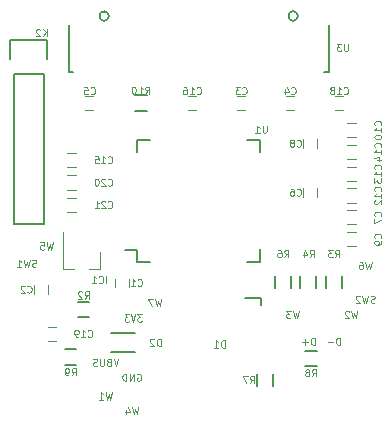
<source format=gbo>
%TF.GenerationSoftware,KiCad,Pcbnew,4.0.5+dfsg1-4~bpo8+1*%
%TF.CreationDate,2017-10-06T16:53:46-03:00*%
%TF.ProjectId,treasure,74726561737572652E6B696361645F70,rev?*%
%TF.FileFunction,Legend,Bot*%
%FSLAX46Y46*%
G04 Gerber Fmt 4.6, Leading zero omitted, Abs format (unit mm)*
G04 Created by KiCad (PCBNEW 4.0.5+dfsg1-4~bpo8+1) date Fri Oct  6 16:53:46 2017*
%MOMM*%
%LPD*%
G01*
G04 APERTURE LIST*
%ADD10C,0.254000*%
%ADD11C,0.100000*%
%ADD12C,0.150000*%
%ADD13C,0.120000*%
G04 APERTURE END LIST*
D10*
D11*
X134750000Y-111192857D02*
X134664286Y-111221429D01*
X134521429Y-111221429D01*
X134464286Y-111192857D01*
X134435715Y-111164286D01*
X134407143Y-111107143D01*
X134407143Y-111050000D01*
X134435715Y-110992857D01*
X134464286Y-110964286D01*
X134521429Y-110935714D01*
X134635715Y-110907143D01*
X134692857Y-110878571D01*
X134721429Y-110850000D01*
X134750000Y-110792857D01*
X134750000Y-110735714D01*
X134721429Y-110678571D01*
X134692857Y-110650000D01*
X134635715Y-110621429D01*
X134492857Y-110621429D01*
X134407143Y-110650000D01*
X134207143Y-110621429D02*
X134064286Y-111221429D01*
X133950000Y-110792857D01*
X133835714Y-111221429D01*
X133692857Y-110621429D01*
X133150000Y-111221429D02*
X133492857Y-111221429D01*
X133321429Y-111221429D02*
X133321429Y-110621429D01*
X133378572Y-110707143D01*
X133435714Y-110764286D01*
X133492857Y-110792857D01*
X163400000Y-114242857D02*
X163314286Y-114271429D01*
X163171429Y-114271429D01*
X163114286Y-114242857D01*
X163085715Y-114214286D01*
X163057143Y-114157143D01*
X163057143Y-114100000D01*
X163085715Y-114042857D01*
X163114286Y-114014286D01*
X163171429Y-113985714D01*
X163285715Y-113957143D01*
X163342857Y-113928571D01*
X163371429Y-113900000D01*
X163400000Y-113842857D01*
X163400000Y-113785714D01*
X163371429Y-113728571D01*
X163342857Y-113700000D01*
X163285715Y-113671429D01*
X163142857Y-113671429D01*
X163057143Y-113700000D01*
X162857143Y-113671429D02*
X162714286Y-114271429D01*
X162600000Y-113842857D01*
X162485714Y-114271429D01*
X162342857Y-113671429D01*
X162142857Y-113728571D02*
X162114286Y-113700000D01*
X162057143Y-113671429D01*
X161914286Y-113671429D01*
X161857143Y-113700000D01*
X161828572Y-113728571D01*
X161800000Y-113785714D01*
X161800000Y-113842857D01*
X161828572Y-113928571D01*
X162171429Y-114271429D01*
X161800000Y-114271429D01*
X143692858Y-115271429D02*
X143321429Y-115271429D01*
X143521429Y-115500000D01*
X143435715Y-115500000D01*
X143378572Y-115528571D01*
X143350001Y-115557143D01*
X143321429Y-115614286D01*
X143321429Y-115757143D01*
X143350001Y-115814286D01*
X143378572Y-115842857D01*
X143435715Y-115871429D01*
X143607143Y-115871429D01*
X143664286Y-115842857D01*
X143692858Y-115814286D01*
X143150000Y-115271429D02*
X142950000Y-115871429D01*
X142750000Y-115271429D01*
X142607143Y-115271429D02*
X142235714Y-115271429D01*
X142435714Y-115500000D01*
X142350000Y-115500000D01*
X142292857Y-115528571D01*
X142264286Y-115557143D01*
X142235714Y-115614286D01*
X142235714Y-115757143D01*
X142264286Y-115814286D01*
X142292857Y-115842857D01*
X142350000Y-115871429D01*
X142521428Y-115871429D01*
X142578571Y-115842857D01*
X142607143Y-115814286D01*
X158328571Y-117821429D02*
X158328571Y-117221429D01*
X158185714Y-117221429D01*
X158099999Y-117250000D01*
X158042857Y-117307143D01*
X158014285Y-117364286D01*
X157985714Y-117478571D01*
X157985714Y-117564286D01*
X158014285Y-117678571D01*
X158042857Y-117735714D01*
X158099999Y-117792857D01*
X158185714Y-117821429D01*
X158328571Y-117821429D01*
X157728571Y-117592857D02*
X157271428Y-117592857D01*
X157499999Y-117821429D02*
X157499999Y-117364286D01*
X160478571Y-117821429D02*
X160478571Y-117221429D01*
X160335714Y-117221429D01*
X160249999Y-117250000D01*
X160192857Y-117307143D01*
X160164285Y-117364286D01*
X160135714Y-117478571D01*
X160135714Y-117564286D01*
X160164285Y-117678571D01*
X160192857Y-117735714D01*
X160249999Y-117792857D01*
X160335714Y-117821429D01*
X160478571Y-117821429D01*
X159878571Y-117592857D02*
X159421428Y-117592857D01*
X141700000Y-119021429D02*
X141500000Y-119621429D01*
X141300000Y-119021429D01*
X140900000Y-119307143D02*
X140814286Y-119335714D01*
X140785714Y-119364286D01*
X140757143Y-119421429D01*
X140757143Y-119507143D01*
X140785714Y-119564286D01*
X140814286Y-119592857D01*
X140871428Y-119621429D01*
X141100000Y-119621429D01*
X141100000Y-119021429D01*
X140900000Y-119021429D01*
X140842857Y-119050000D01*
X140814286Y-119078571D01*
X140785714Y-119135714D01*
X140785714Y-119192857D01*
X140814286Y-119250000D01*
X140842857Y-119278571D01*
X140900000Y-119307143D01*
X141100000Y-119307143D01*
X140500000Y-119021429D02*
X140500000Y-119507143D01*
X140471428Y-119564286D01*
X140442857Y-119592857D01*
X140385714Y-119621429D01*
X140271428Y-119621429D01*
X140214286Y-119592857D01*
X140185714Y-119564286D01*
X140157143Y-119507143D01*
X140157143Y-119021429D01*
X139900000Y-119592857D02*
X139814286Y-119621429D01*
X139671429Y-119621429D01*
X139614286Y-119592857D01*
X139585715Y-119564286D01*
X139557143Y-119507143D01*
X139557143Y-119450000D01*
X139585715Y-119392857D01*
X139614286Y-119364286D01*
X139671429Y-119335714D01*
X139785715Y-119307143D01*
X139842857Y-119278571D01*
X139871429Y-119250000D01*
X139900000Y-119192857D01*
X139900000Y-119135714D01*
X139871429Y-119078571D01*
X139842857Y-119050000D01*
X139785715Y-119021429D01*
X139642857Y-119021429D01*
X139557143Y-119050000D01*
X143307142Y-120300000D02*
X143364285Y-120271429D01*
X143449999Y-120271429D01*
X143535714Y-120300000D01*
X143592856Y-120357143D01*
X143621428Y-120414286D01*
X143649999Y-120528571D01*
X143649999Y-120614286D01*
X143621428Y-120728571D01*
X143592856Y-120785714D01*
X143535714Y-120842857D01*
X143449999Y-120871429D01*
X143392856Y-120871429D01*
X143307142Y-120842857D01*
X143278571Y-120814286D01*
X143278571Y-120614286D01*
X143392856Y-120614286D01*
X143021428Y-120871429D02*
X143021428Y-120271429D01*
X142678571Y-120871429D01*
X142678571Y-120271429D01*
X142392857Y-120871429D02*
X142392857Y-120271429D01*
X142250000Y-120271429D01*
X142164285Y-120300000D01*
X142107143Y-120357143D01*
X142078571Y-120414286D01*
X142050000Y-120528571D01*
X142050000Y-120614286D01*
X142078571Y-120728571D01*
X142107143Y-120785714D01*
X142164285Y-120842857D01*
X142250000Y-120871429D01*
X142392857Y-120871429D01*
D12*
X140900000Y-90000000D02*
G75*
G03X140900000Y-90000000I-400000J0D01*
G01*
X156900000Y-90000000D02*
G75*
G03X156900000Y-90000000I-400000J0D01*
G01*
X137500000Y-94750000D02*
X137500000Y-90750000D01*
X137850000Y-94750000D02*
X137500000Y-94750000D01*
X159500000Y-94750000D02*
X159500000Y-90750000D01*
X159500000Y-94750000D02*
X159150000Y-94750000D01*
D13*
X141400000Y-112250000D02*
X141400000Y-112950000D01*
X142600000Y-112950000D02*
X142600000Y-112250000D01*
X134550000Y-112800000D02*
X134550000Y-113500000D01*
X135750000Y-113500000D02*
X135750000Y-112800000D01*
X152450000Y-96800000D02*
X151750000Y-96800000D01*
X151750000Y-98000000D02*
X152450000Y-98000000D01*
X156600000Y-96800000D02*
X155900000Y-96800000D01*
X155900000Y-98000000D02*
X156600000Y-98000000D01*
X138900000Y-98000000D02*
X139600000Y-98000000D01*
X139600000Y-96800000D02*
X138900000Y-96800000D01*
X158550000Y-105300000D02*
X158550000Y-104600000D01*
X157350000Y-104600000D02*
X157350000Y-105300000D01*
X161100000Y-107650000D02*
X161800000Y-107650000D01*
X161800000Y-106450000D02*
X161100000Y-106450000D01*
X157350000Y-100450000D02*
X157350000Y-101150000D01*
X158550000Y-101150000D02*
X158550000Y-100450000D01*
X161100000Y-109500000D02*
X161800000Y-109500000D01*
X161800000Y-108300000D02*
X161100000Y-108300000D01*
X161100000Y-100250000D02*
X161800000Y-100250000D01*
X161800000Y-99050000D02*
X161100000Y-99050000D01*
X161100000Y-105800000D02*
X161800000Y-105800000D01*
X161800000Y-104600000D02*
X161100000Y-104600000D01*
X161100000Y-103950000D02*
X161800000Y-103950000D01*
X161800000Y-102750000D02*
X161100000Y-102750000D01*
X161100000Y-102100000D02*
X161800000Y-102100000D01*
X161800000Y-100900000D02*
X161100000Y-100900000D01*
X138100000Y-101600000D02*
X137400000Y-101600000D01*
X137400000Y-102800000D02*
X138100000Y-102800000D01*
X148300000Y-96800000D02*
X147600000Y-96800000D01*
X147600000Y-98000000D02*
X148300000Y-98000000D01*
X160750000Y-96800000D02*
X160050000Y-96800000D01*
X160050000Y-98000000D02*
X160750000Y-98000000D01*
X136450000Y-116300000D02*
X135750000Y-116300000D01*
X135750000Y-117500000D02*
X136450000Y-117500000D01*
X138100000Y-103500000D02*
X137400000Y-103500000D01*
X137400000Y-104700000D02*
X138100000Y-104700000D01*
X138100000Y-105400000D02*
X137400000Y-105400000D01*
X137400000Y-106600000D02*
X138100000Y-106600000D01*
D12*
X152418240Y-113850000D02*
X153800000Y-113850000D01*
X153800000Y-113850000D02*
X153800000Y-114450000D01*
X141050000Y-116850000D02*
X143150000Y-116850000D01*
X141050000Y-118450000D02*
X143150000Y-118450000D01*
D13*
X140180000Y-111460000D02*
X139250000Y-111460000D01*
X137020000Y-111460000D02*
X137950000Y-111460000D01*
X137020000Y-111460000D02*
X137020000Y-108300000D01*
X140180000Y-111460000D02*
X140180000Y-110000000D01*
D12*
X138250000Y-115525000D02*
X139250000Y-115525000D01*
X139250000Y-114175000D02*
X138250000Y-114175000D01*
X159275000Y-112050000D02*
X159275000Y-113050000D01*
X160625000Y-113050000D02*
X160625000Y-112050000D01*
X157125000Y-112050000D02*
X157125000Y-113050000D01*
X158475000Y-113050000D02*
X158475000Y-112050000D01*
X154975000Y-112050000D02*
X154975000Y-113050000D01*
X156325000Y-113050000D02*
X156325000Y-112050000D01*
X154775000Y-121300000D02*
X154775000Y-120300000D01*
X153425000Y-120300000D02*
X153425000Y-121300000D01*
X157500000Y-119675000D02*
X158500000Y-119675000D01*
X158500000Y-118325000D02*
X157500000Y-118325000D01*
X137150000Y-119575000D02*
X138150000Y-119575000D01*
X138150000Y-118225000D02*
X137150000Y-118225000D01*
X143100000Y-98075000D02*
X144100000Y-98075000D01*
X144100000Y-96725000D02*
X143100000Y-96725000D01*
X143325000Y-110825000D02*
X143325000Y-109825000D01*
X153675000Y-110825000D02*
X153675000Y-109750000D01*
X153675000Y-100475000D02*
X153675000Y-101550000D01*
X143325000Y-100475000D02*
X143325000Y-101550000D01*
X143325000Y-110825000D02*
X144400000Y-110825000D01*
X143325000Y-100475000D02*
X144400000Y-100475000D01*
X153675000Y-100475000D02*
X152600000Y-100475000D01*
X153675000Y-110825000D02*
X152600000Y-110825000D01*
X143325000Y-109825000D02*
X142300000Y-109825000D01*
X132830000Y-94870000D02*
X132830000Y-107570000D01*
X132830000Y-107570000D02*
X135370000Y-107570000D01*
X135370000Y-107570000D02*
X135370000Y-94870000D01*
X132550000Y-92050000D02*
X132550000Y-93600000D01*
X132830000Y-94870000D02*
X135370000Y-94870000D01*
X135650000Y-93600000D02*
X135650000Y-92050000D01*
X135650000Y-92050000D02*
X132550000Y-92050000D01*
D11*
X161157143Y-92371429D02*
X161157143Y-92857143D01*
X161128571Y-92914286D01*
X161100000Y-92942857D01*
X161042857Y-92971429D01*
X160928571Y-92971429D01*
X160871429Y-92942857D01*
X160842857Y-92914286D01*
X160814286Y-92857143D01*
X160814286Y-92371429D01*
X160585715Y-92371429D02*
X160214286Y-92371429D01*
X160414286Y-92600000D01*
X160328572Y-92600000D01*
X160271429Y-92628571D01*
X160242858Y-92657143D01*
X160214286Y-92714286D01*
X160214286Y-92857143D01*
X160242858Y-92914286D01*
X160271429Y-92942857D01*
X160328572Y-92971429D01*
X160500000Y-92971429D01*
X160557143Y-92942857D01*
X160585715Y-92914286D01*
X143350000Y-112814286D02*
X143378571Y-112842857D01*
X143464285Y-112871429D01*
X143521428Y-112871429D01*
X143607143Y-112842857D01*
X143664285Y-112785714D01*
X143692857Y-112728571D01*
X143721428Y-112614286D01*
X143721428Y-112528571D01*
X143692857Y-112414286D01*
X143664285Y-112357143D01*
X143607143Y-112300000D01*
X143521428Y-112271429D01*
X143464285Y-112271429D01*
X143378571Y-112300000D01*
X143350000Y-112328571D01*
X142778571Y-112871429D02*
X143121428Y-112871429D01*
X142950000Y-112871429D02*
X142950000Y-112271429D01*
X143007143Y-112357143D01*
X143064285Y-112414286D01*
X143121428Y-112442857D01*
X134000000Y-113364286D02*
X134028571Y-113392857D01*
X134114285Y-113421429D01*
X134171428Y-113421429D01*
X134257143Y-113392857D01*
X134314285Y-113335714D01*
X134342857Y-113278571D01*
X134371428Y-113164286D01*
X134371428Y-113078571D01*
X134342857Y-112964286D01*
X134314285Y-112907143D01*
X134257143Y-112850000D01*
X134171428Y-112821429D01*
X134114285Y-112821429D01*
X134028571Y-112850000D01*
X134000000Y-112878571D01*
X133771428Y-112878571D02*
X133742857Y-112850000D01*
X133685714Y-112821429D01*
X133542857Y-112821429D01*
X133485714Y-112850000D01*
X133457143Y-112878571D01*
X133428571Y-112935714D01*
X133428571Y-112992857D01*
X133457143Y-113078571D01*
X133800000Y-113421429D01*
X133428571Y-113421429D01*
X152200000Y-96564286D02*
X152228571Y-96592857D01*
X152314285Y-96621429D01*
X152371428Y-96621429D01*
X152457143Y-96592857D01*
X152514285Y-96535714D01*
X152542857Y-96478571D01*
X152571428Y-96364286D01*
X152571428Y-96278571D01*
X152542857Y-96164286D01*
X152514285Y-96107143D01*
X152457143Y-96050000D01*
X152371428Y-96021429D01*
X152314285Y-96021429D01*
X152228571Y-96050000D01*
X152200000Y-96078571D01*
X152000000Y-96021429D02*
X151628571Y-96021429D01*
X151828571Y-96250000D01*
X151742857Y-96250000D01*
X151685714Y-96278571D01*
X151657143Y-96307143D01*
X151628571Y-96364286D01*
X151628571Y-96507143D01*
X151657143Y-96564286D01*
X151685714Y-96592857D01*
X151742857Y-96621429D01*
X151914285Y-96621429D01*
X151971428Y-96592857D01*
X152000000Y-96564286D01*
X156350000Y-96564286D02*
X156378571Y-96592857D01*
X156464285Y-96621429D01*
X156521428Y-96621429D01*
X156607143Y-96592857D01*
X156664285Y-96535714D01*
X156692857Y-96478571D01*
X156721428Y-96364286D01*
X156721428Y-96278571D01*
X156692857Y-96164286D01*
X156664285Y-96107143D01*
X156607143Y-96050000D01*
X156521428Y-96021429D01*
X156464285Y-96021429D01*
X156378571Y-96050000D01*
X156350000Y-96078571D01*
X155835714Y-96221429D02*
X155835714Y-96621429D01*
X155978571Y-95992857D02*
X156121428Y-96421429D01*
X155750000Y-96421429D01*
X139350000Y-96564286D02*
X139378571Y-96592857D01*
X139464285Y-96621429D01*
X139521428Y-96621429D01*
X139607143Y-96592857D01*
X139664285Y-96535714D01*
X139692857Y-96478571D01*
X139721428Y-96364286D01*
X139721428Y-96278571D01*
X139692857Y-96164286D01*
X139664285Y-96107143D01*
X139607143Y-96050000D01*
X139521428Y-96021429D01*
X139464285Y-96021429D01*
X139378571Y-96050000D01*
X139350000Y-96078571D01*
X138807143Y-96021429D02*
X139092857Y-96021429D01*
X139121428Y-96307143D01*
X139092857Y-96278571D01*
X139035714Y-96250000D01*
X138892857Y-96250000D01*
X138835714Y-96278571D01*
X138807143Y-96307143D01*
X138778571Y-96364286D01*
X138778571Y-96507143D01*
X138807143Y-96564286D01*
X138835714Y-96592857D01*
X138892857Y-96621429D01*
X139035714Y-96621429D01*
X139092857Y-96592857D01*
X139121428Y-96564286D01*
X156800000Y-105164286D02*
X156828571Y-105192857D01*
X156914285Y-105221429D01*
X156971428Y-105221429D01*
X157057143Y-105192857D01*
X157114285Y-105135714D01*
X157142857Y-105078571D01*
X157171428Y-104964286D01*
X157171428Y-104878571D01*
X157142857Y-104764286D01*
X157114285Y-104707143D01*
X157057143Y-104650000D01*
X156971428Y-104621429D01*
X156914285Y-104621429D01*
X156828571Y-104650000D01*
X156800000Y-104678571D01*
X156285714Y-104621429D02*
X156400000Y-104621429D01*
X156457143Y-104650000D01*
X156485714Y-104678571D01*
X156542857Y-104764286D01*
X156571428Y-104878571D01*
X156571428Y-105107143D01*
X156542857Y-105164286D01*
X156514285Y-105192857D01*
X156457143Y-105221429D01*
X156342857Y-105221429D01*
X156285714Y-105192857D01*
X156257143Y-105164286D01*
X156228571Y-105107143D01*
X156228571Y-104964286D01*
X156257143Y-104907143D01*
X156285714Y-104878571D01*
X156342857Y-104850000D01*
X156457143Y-104850000D01*
X156514285Y-104878571D01*
X156542857Y-104907143D01*
X156571428Y-104964286D01*
X163914286Y-106950000D02*
X163942857Y-106921429D01*
X163971429Y-106835715D01*
X163971429Y-106778572D01*
X163942857Y-106692857D01*
X163885714Y-106635715D01*
X163828571Y-106607143D01*
X163714286Y-106578572D01*
X163628571Y-106578572D01*
X163514286Y-106607143D01*
X163457143Y-106635715D01*
X163400000Y-106692857D01*
X163371429Y-106778572D01*
X163371429Y-106835715D01*
X163400000Y-106921429D01*
X163428571Y-106950000D01*
X163371429Y-107150000D02*
X163371429Y-107550000D01*
X163971429Y-107292857D01*
X156800000Y-101014286D02*
X156828571Y-101042857D01*
X156914285Y-101071429D01*
X156971428Y-101071429D01*
X157057143Y-101042857D01*
X157114285Y-100985714D01*
X157142857Y-100928571D01*
X157171428Y-100814286D01*
X157171428Y-100728571D01*
X157142857Y-100614286D01*
X157114285Y-100557143D01*
X157057143Y-100500000D01*
X156971428Y-100471429D01*
X156914285Y-100471429D01*
X156828571Y-100500000D01*
X156800000Y-100528571D01*
X156457143Y-100728571D02*
X156514285Y-100700000D01*
X156542857Y-100671429D01*
X156571428Y-100614286D01*
X156571428Y-100585714D01*
X156542857Y-100528571D01*
X156514285Y-100500000D01*
X156457143Y-100471429D01*
X156342857Y-100471429D01*
X156285714Y-100500000D01*
X156257143Y-100528571D01*
X156228571Y-100585714D01*
X156228571Y-100614286D01*
X156257143Y-100671429D01*
X156285714Y-100700000D01*
X156342857Y-100728571D01*
X156457143Y-100728571D01*
X156514285Y-100757143D01*
X156542857Y-100785714D01*
X156571428Y-100842857D01*
X156571428Y-100957143D01*
X156542857Y-101014286D01*
X156514285Y-101042857D01*
X156457143Y-101071429D01*
X156342857Y-101071429D01*
X156285714Y-101042857D01*
X156257143Y-101014286D01*
X156228571Y-100957143D01*
X156228571Y-100842857D01*
X156257143Y-100785714D01*
X156285714Y-100757143D01*
X156342857Y-100728571D01*
X163914286Y-108800000D02*
X163942857Y-108771429D01*
X163971429Y-108685715D01*
X163971429Y-108628572D01*
X163942857Y-108542857D01*
X163885714Y-108485715D01*
X163828571Y-108457143D01*
X163714286Y-108428572D01*
X163628571Y-108428572D01*
X163514286Y-108457143D01*
X163457143Y-108485715D01*
X163400000Y-108542857D01*
X163371429Y-108628572D01*
X163371429Y-108685715D01*
X163400000Y-108771429D01*
X163428571Y-108800000D01*
X163971429Y-109085715D02*
X163971429Y-109200000D01*
X163942857Y-109257143D01*
X163914286Y-109285715D01*
X163828571Y-109342857D01*
X163714286Y-109371429D01*
X163485714Y-109371429D01*
X163428571Y-109342857D01*
X163400000Y-109314286D01*
X163371429Y-109257143D01*
X163371429Y-109142857D01*
X163400000Y-109085715D01*
X163428571Y-109057143D01*
X163485714Y-109028572D01*
X163628571Y-109028572D01*
X163685714Y-109057143D01*
X163714286Y-109085715D01*
X163742857Y-109142857D01*
X163742857Y-109257143D01*
X163714286Y-109314286D01*
X163685714Y-109342857D01*
X163628571Y-109371429D01*
X163914286Y-99264285D02*
X163942857Y-99235714D01*
X163971429Y-99150000D01*
X163971429Y-99092857D01*
X163942857Y-99007142D01*
X163885714Y-98950000D01*
X163828571Y-98921428D01*
X163714286Y-98892857D01*
X163628571Y-98892857D01*
X163514286Y-98921428D01*
X163457143Y-98950000D01*
X163400000Y-99007142D01*
X163371429Y-99092857D01*
X163371429Y-99150000D01*
X163400000Y-99235714D01*
X163428571Y-99264285D01*
X163971429Y-99835714D02*
X163971429Y-99492857D01*
X163971429Y-99664285D02*
X163371429Y-99664285D01*
X163457143Y-99607142D01*
X163514286Y-99550000D01*
X163542857Y-99492857D01*
X163371429Y-100207143D02*
X163371429Y-100264286D01*
X163400000Y-100321429D01*
X163428571Y-100350000D01*
X163485714Y-100378571D01*
X163600000Y-100407143D01*
X163742857Y-100407143D01*
X163857143Y-100378571D01*
X163914286Y-100350000D01*
X163942857Y-100321429D01*
X163971429Y-100264286D01*
X163971429Y-100207143D01*
X163942857Y-100150000D01*
X163914286Y-100121429D01*
X163857143Y-100092857D01*
X163742857Y-100064286D01*
X163600000Y-100064286D01*
X163485714Y-100092857D01*
X163428571Y-100121429D01*
X163400000Y-100150000D01*
X163371429Y-100207143D01*
X163914286Y-104814285D02*
X163942857Y-104785714D01*
X163971429Y-104700000D01*
X163971429Y-104642857D01*
X163942857Y-104557142D01*
X163885714Y-104500000D01*
X163828571Y-104471428D01*
X163714286Y-104442857D01*
X163628571Y-104442857D01*
X163514286Y-104471428D01*
X163457143Y-104500000D01*
X163400000Y-104557142D01*
X163371429Y-104642857D01*
X163371429Y-104700000D01*
X163400000Y-104785714D01*
X163428571Y-104814285D01*
X163971429Y-105385714D02*
X163971429Y-105042857D01*
X163971429Y-105214285D02*
X163371429Y-105214285D01*
X163457143Y-105157142D01*
X163514286Y-105100000D01*
X163542857Y-105042857D01*
X163428571Y-105614286D02*
X163400000Y-105642857D01*
X163371429Y-105700000D01*
X163371429Y-105842857D01*
X163400000Y-105900000D01*
X163428571Y-105928571D01*
X163485714Y-105957143D01*
X163542857Y-105957143D01*
X163628571Y-105928571D01*
X163971429Y-105585714D01*
X163971429Y-105957143D01*
X163914286Y-102964285D02*
X163942857Y-102935714D01*
X163971429Y-102850000D01*
X163971429Y-102792857D01*
X163942857Y-102707142D01*
X163885714Y-102650000D01*
X163828571Y-102621428D01*
X163714286Y-102592857D01*
X163628571Y-102592857D01*
X163514286Y-102621428D01*
X163457143Y-102650000D01*
X163400000Y-102707142D01*
X163371429Y-102792857D01*
X163371429Y-102850000D01*
X163400000Y-102935714D01*
X163428571Y-102964285D01*
X163971429Y-103535714D02*
X163971429Y-103192857D01*
X163971429Y-103364285D02*
X163371429Y-103364285D01*
X163457143Y-103307142D01*
X163514286Y-103250000D01*
X163542857Y-103192857D01*
X163371429Y-103735714D02*
X163371429Y-104107143D01*
X163600000Y-103907143D01*
X163600000Y-103992857D01*
X163628571Y-104050000D01*
X163657143Y-104078571D01*
X163714286Y-104107143D01*
X163857143Y-104107143D01*
X163914286Y-104078571D01*
X163942857Y-104050000D01*
X163971429Y-103992857D01*
X163971429Y-103821429D01*
X163942857Y-103764286D01*
X163914286Y-103735714D01*
X163914286Y-101114285D02*
X163942857Y-101085714D01*
X163971429Y-101000000D01*
X163971429Y-100942857D01*
X163942857Y-100857142D01*
X163885714Y-100800000D01*
X163828571Y-100771428D01*
X163714286Y-100742857D01*
X163628571Y-100742857D01*
X163514286Y-100771428D01*
X163457143Y-100800000D01*
X163400000Y-100857142D01*
X163371429Y-100942857D01*
X163371429Y-101000000D01*
X163400000Y-101085714D01*
X163428571Y-101114285D01*
X163971429Y-101685714D02*
X163971429Y-101342857D01*
X163971429Y-101514285D02*
X163371429Y-101514285D01*
X163457143Y-101457142D01*
X163514286Y-101400000D01*
X163542857Y-101342857D01*
X163571429Y-102200000D02*
X163971429Y-102200000D01*
X163342857Y-102057143D02*
X163771429Y-101914286D01*
X163771429Y-102285714D01*
X140835715Y-102414286D02*
X140864286Y-102442857D01*
X140950000Y-102471429D01*
X141007143Y-102471429D01*
X141092858Y-102442857D01*
X141150000Y-102385714D01*
X141178572Y-102328571D01*
X141207143Y-102214286D01*
X141207143Y-102128571D01*
X141178572Y-102014286D01*
X141150000Y-101957143D01*
X141092858Y-101900000D01*
X141007143Y-101871429D01*
X140950000Y-101871429D01*
X140864286Y-101900000D01*
X140835715Y-101928571D01*
X140264286Y-102471429D02*
X140607143Y-102471429D01*
X140435715Y-102471429D02*
X140435715Y-101871429D01*
X140492858Y-101957143D01*
X140550000Y-102014286D01*
X140607143Y-102042857D01*
X139721429Y-101871429D02*
X140007143Y-101871429D01*
X140035714Y-102157143D01*
X140007143Y-102128571D01*
X139950000Y-102100000D01*
X139807143Y-102100000D01*
X139750000Y-102128571D01*
X139721429Y-102157143D01*
X139692857Y-102214286D01*
X139692857Y-102357143D01*
X139721429Y-102414286D01*
X139750000Y-102442857D01*
X139807143Y-102471429D01*
X139950000Y-102471429D01*
X140007143Y-102442857D01*
X140035714Y-102414286D01*
X148335715Y-96564286D02*
X148364286Y-96592857D01*
X148450000Y-96621429D01*
X148507143Y-96621429D01*
X148592858Y-96592857D01*
X148650000Y-96535714D01*
X148678572Y-96478571D01*
X148707143Y-96364286D01*
X148707143Y-96278571D01*
X148678572Y-96164286D01*
X148650000Y-96107143D01*
X148592858Y-96050000D01*
X148507143Y-96021429D01*
X148450000Y-96021429D01*
X148364286Y-96050000D01*
X148335715Y-96078571D01*
X147764286Y-96621429D02*
X148107143Y-96621429D01*
X147935715Y-96621429D02*
X147935715Y-96021429D01*
X147992858Y-96107143D01*
X148050000Y-96164286D01*
X148107143Y-96192857D01*
X147250000Y-96021429D02*
X147364286Y-96021429D01*
X147421429Y-96050000D01*
X147450000Y-96078571D01*
X147507143Y-96164286D01*
X147535714Y-96278571D01*
X147535714Y-96507143D01*
X147507143Y-96564286D01*
X147478571Y-96592857D01*
X147421429Y-96621429D01*
X147307143Y-96621429D01*
X147250000Y-96592857D01*
X147221429Y-96564286D01*
X147192857Y-96507143D01*
X147192857Y-96364286D01*
X147221429Y-96307143D01*
X147250000Y-96278571D01*
X147307143Y-96250000D01*
X147421429Y-96250000D01*
X147478571Y-96278571D01*
X147507143Y-96307143D01*
X147535714Y-96364286D01*
X160785715Y-96564286D02*
X160814286Y-96592857D01*
X160900000Y-96621429D01*
X160957143Y-96621429D01*
X161042858Y-96592857D01*
X161100000Y-96535714D01*
X161128572Y-96478571D01*
X161157143Y-96364286D01*
X161157143Y-96278571D01*
X161128572Y-96164286D01*
X161100000Y-96107143D01*
X161042858Y-96050000D01*
X160957143Y-96021429D01*
X160900000Y-96021429D01*
X160814286Y-96050000D01*
X160785715Y-96078571D01*
X160214286Y-96621429D02*
X160557143Y-96621429D01*
X160385715Y-96621429D02*
X160385715Y-96021429D01*
X160442858Y-96107143D01*
X160500000Y-96164286D01*
X160557143Y-96192857D01*
X159871429Y-96278571D02*
X159928571Y-96250000D01*
X159957143Y-96221429D01*
X159985714Y-96164286D01*
X159985714Y-96135714D01*
X159957143Y-96078571D01*
X159928571Y-96050000D01*
X159871429Y-96021429D01*
X159757143Y-96021429D01*
X159700000Y-96050000D01*
X159671429Y-96078571D01*
X159642857Y-96135714D01*
X159642857Y-96164286D01*
X159671429Y-96221429D01*
X159700000Y-96250000D01*
X159757143Y-96278571D01*
X159871429Y-96278571D01*
X159928571Y-96307143D01*
X159957143Y-96335714D01*
X159985714Y-96392857D01*
X159985714Y-96507143D01*
X159957143Y-96564286D01*
X159928571Y-96592857D01*
X159871429Y-96621429D01*
X159757143Y-96621429D01*
X159700000Y-96592857D01*
X159671429Y-96564286D01*
X159642857Y-96507143D01*
X159642857Y-96392857D01*
X159671429Y-96335714D01*
X159700000Y-96307143D01*
X159757143Y-96278571D01*
X139135715Y-117114286D02*
X139164286Y-117142857D01*
X139250000Y-117171429D01*
X139307143Y-117171429D01*
X139392858Y-117142857D01*
X139450000Y-117085714D01*
X139478572Y-117028571D01*
X139507143Y-116914286D01*
X139507143Y-116828571D01*
X139478572Y-116714286D01*
X139450000Y-116657143D01*
X139392858Y-116600000D01*
X139307143Y-116571429D01*
X139250000Y-116571429D01*
X139164286Y-116600000D01*
X139135715Y-116628571D01*
X138564286Y-117171429D02*
X138907143Y-117171429D01*
X138735715Y-117171429D02*
X138735715Y-116571429D01*
X138792858Y-116657143D01*
X138850000Y-116714286D01*
X138907143Y-116742857D01*
X138278571Y-117171429D02*
X138164286Y-117171429D01*
X138107143Y-117142857D01*
X138078571Y-117114286D01*
X138021429Y-117028571D01*
X137992857Y-116914286D01*
X137992857Y-116685714D01*
X138021429Y-116628571D01*
X138050000Y-116600000D01*
X138107143Y-116571429D01*
X138221429Y-116571429D01*
X138278571Y-116600000D01*
X138307143Y-116628571D01*
X138335714Y-116685714D01*
X138335714Y-116828571D01*
X138307143Y-116885714D01*
X138278571Y-116914286D01*
X138221429Y-116942857D01*
X138107143Y-116942857D01*
X138050000Y-116914286D01*
X138021429Y-116885714D01*
X137992857Y-116828571D01*
X140835715Y-104314286D02*
X140864286Y-104342857D01*
X140950000Y-104371429D01*
X141007143Y-104371429D01*
X141092858Y-104342857D01*
X141150000Y-104285714D01*
X141178572Y-104228571D01*
X141207143Y-104114286D01*
X141207143Y-104028571D01*
X141178572Y-103914286D01*
X141150000Y-103857143D01*
X141092858Y-103800000D01*
X141007143Y-103771429D01*
X140950000Y-103771429D01*
X140864286Y-103800000D01*
X140835715Y-103828571D01*
X140607143Y-103828571D02*
X140578572Y-103800000D01*
X140521429Y-103771429D01*
X140378572Y-103771429D01*
X140321429Y-103800000D01*
X140292858Y-103828571D01*
X140264286Y-103885714D01*
X140264286Y-103942857D01*
X140292858Y-104028571D01*
X140635715Y-104371429D01*
X140264286Y-104371429D01*
X139892857Y-103771429D02*
X139835714Y-103771429D01*
X139778571Y-103800000D01*
X139750000Y-103828571D01*
X139721429Y-103885714D01*
X139692857Y-104000000D01*
X139692857Y-104142857D01*
X139721429Y-104257143D01*
X139750000Y-104314286D01*
X139778571Y-104342857D01*
X139835714Y-104371429D01*
X139892857Y-104371429D01*
X139950000Y-104342857D01*
X139978571Y-104314286D01*
X140007143Y-104257143D01*
X140035714Y-104142857D01*
X140035714Y-104000000D01*
X140007143Y-103885714D01*
X139978571Y-103828571D01*
X139950000Y-103800000D01*
X139892857Y-103771429D01*
X140835715Y-106214286D02*
X140864286Y-106242857D01*
X140950000Y-106271429D01*
X141007143Y-106271429D01*
X141092858Y-106242857D01*
X141150000Y-106185714D01*
X141178572Y-106128571D01*
X141207143Y-106014286D01*
X141207143Y-105928571D01*
X141178572Y-105814286D01*
X141150000Y-105757143D01*
X141092858Y-105700000D01*
X141007143Y-105671429D01*
X140950000Y-105671429D01*
X140864286Y-105700000D01*
X140835715Y-105728571D01*
X140607143Y-105728571D02*
X140578572Y-105700000D01*
X140521429Y-105671429D01*
X140378572Y-105671429D01*
X140321429Y-105700000D01*
X140292858Y-105728571D01*
X140264286Y-105785714D01*
X140264286Y-105842857D01*
X140292858Y-105928571D01*
X140635715Y-106271429D01*
X140264286Y-106271429D01*
X139692857Y-106271429D02*
X140035714Y-106271429D01*
X139864286Y-106271429D02*
X139864286Y-105671429D01*
X139921429Y-105757143D01*
X139978571Y-105814286D01*
X140035714Y-105842857D01*
X150742857Y-118071429D02*
X150742857Y-117471429D01*
X150600000Y-117471429D01*
X150514285Y-117500000D01*
X150457143Y-117557143D01*
X150428571Y-117614286D01*
X150400000Y-117728571D01*
X150400000Y-117814286D01*
X150428571Y-117928571D01*
X150457143Y-117985714D01*
X150514285Y-118042857D01*
X150600000Y-118071429D01*
X150742857Y-118071429D01*
X149828571Y-118071429D02*
X150171428Y-118071429D01*
X150000000Y-118071429D02*
X150000000Y-117471429D01*
X150057143Y-117557143D01*
X150114285Y-117614286D01*
X150171428Y-117642857D01*
X145292857Y-117921429D02*
X145292857Y-117321429D01*
X145150000Y-117321429D01*
X145064285Y-117350000D01*
X145007143Y-117407143D01*
X144978571Y-117464286D01*
X144950000Y-117578571D01*
X144950000Y-117664286D01*
X144978571Y-117778571D01*
X145007143Y-117835714D01*
X145064285Y-117892857D01*
X145150000Y-117921429D01*
X145292857Y-117921429D01*
X144721428Y-117378571D02*
X144692857Y-117350000D01*
X144635714Y-117321429D01*
X144492857Y-117321429D01*
X144435714Y-117350000D01*
X144407143Y-117378571D01*
X144378571Y-117435714D01*
X144378571Y-117492857D01*
X144407143Y-117578571D01*
X144750000Y-117921429D01*
X144378571Y-117921429D01*
X140685714Y-112621429D02*
X140685714Y-112021429D01*
X140057143Y-112564286D02*
X140085714Y-112592857D01*
X140171428Y-112621429D01*
X140228571Y-112621429D01*
X140314286Y-112592857D01*
X140371428Y-112535714D01*
X140400000Y-112478571D01*
X140428571Y-112364286D01*
X140428571Y-112278571D01*
X140400000Y-112164286D01*
X140371428Y-112107143D01*
X140314286Y-112050000D01*
X140228571Y-112021429D01*
X140171428Y-112021429D01*
X140085714Y-112050000D01*
X140057143Y-112078571D01*
X139485714Y-112621429D02*
X139828571Y-112621429D01*
X139657143Y-112621429D02*
X139657143Y-112021429D01*
X139714286Y-112107143D01*
X139771428Y-112164286D01*
X139828571Y-112192857D01*
X138850000Y-113921429D02*
X139050000Y-113635714D01*
X139192857Y-113921429D02*
X139192857Y-113321429D01*
X138964285Y-113321429D01*
X138907143Y-113350000D01*
X138878571Y-113378571D01*
X138850000Y-113435714D01*
X138850000Y-113521429D01*
X138878571Y-113578571D01*
X138907143Y-113607143D01*
X138964285Y-113635714D01*
X139192857Y-113635714D01*
X138621428Y-113378571D02*
X138592857Y-113350000D01*
X138535714Y-113321429D01*
X138392857Y-113321429D01*
X138335714Y-113350000D01*
X138307143Y-113378571D01*
X138278571Y-113435714D01*
X138278571Y-113492857D01*
X138307143Y-113578571D01*
X138650000Y-113921429D01*
X138278571Y-113921429D01*
X160050000Y-110421429D02*
X160250000Y-110135714D01*
X160392857Y-110421429D02*
X160392857Y-109821429D01*
X160164285Y-109821429D01*
X160107143Y-109850000D01*
X160078571Y-109878571D01*
X160050000Y-109935714D01*
X160050000Y-110021429D01*
X160078571Y-110078571D01*
X160107143Y-110107143D01*
X160164285Y-110135714D01*
X160392857Y-110135714D01*
X159850000Y-109821429D02*
X159478571Y-109821429D01*
X159678571Y-110050000D01*
X159592857Y-110050000D01*
X159535714Y-110078571D01*
X159507143Y-110107143D01*
X159478571Y-110164286D01*
X159478571Y-110307143D01*
X159507143Y-110364286D01*
X159535714Y-110392857D01*
X159592857Y-110421429D01*
X159764285Y-110421429D01*
X159821428Y-110392857D01*
X159850000Y-110364286D01*
X157900000Y-110421429D02*
X158100000Y-110135714D01*
X158242857Y-110421429D02*
X158242857Y-109821429D01*
X158014285Y-109821429D01*
X157957143Y-109850000D01*
X157928571Y-109878571D01*
X157900000Y-109935714D01*
X157900000Y-110021429D01*
X157928571Y-110078571D01*
X157957143Y-110107143D01*
X158014285Y-110135714D01*
X158242857Y-110135714D01*
X157385714Y-110021429D02*
X157385714Y-110421429D01*
X157528571Y-109792857D02*
X157671428Y-110221429D01*
X157300000Y-110221429D01*
X155750000Y-110421429D02*
X155950000Y-110135714D01*
X156092857Y-110421429D02*
X156092857Y-109821429D01*
X155864285Y-109821429D01*
X155807143Y-109850000D01*
X155778571Y-109878571D01*
X155750000Y-109935714D01*
X155750000Y-110021429D01*
X155778571Y-110078571D01*
X155807143Y-110107143D01*
X155864285Y-110135714D01*
X156092857Y-110135714D01*
X155235714Y-109821429D02*
X155350000Y-109821429D01*
X155407143Y-109850000D01*
X155435714Y-109878571D01*
X155492857Y-109964286D01*
X155521428Y-110078571D01*
X155521428Y-110307143D01*
X155492857Y-110364286D01*
X155464285Y-110392857D01*
X155407143Y-110421429D01*
X155292857Y-110421429D01*
X155235714Y-110392857D01*
X155207143Y-110364286D01*
X155178571Y-110307143D01*
X155178571Y-110164286D01*
X155207143Y-110107143D01*
X155235714Y-110078571D01*
X155292857Y-110050000D01*
X155407143Y-110050000D01*
X155464285Y-110078571D01*
X155492857Y-110107143D01*
X155521428Y-110164286D01*
X152850000Y-121071429D02*
X153050000Y-120785714D01*
X153192857Y-121071429D02*
X153192857Y-120471429D01*
X152964285Y-120471429D01*
X152907143Y-120500000D01*
X152878571Y-120528571D01*
X152850000Y-120585714D01*
X152850000Y-120671429D01*
X152878571Y-120728571D01*
X152907143Y-120757143D01*
X152964285Y-120785714D01*
X153192857Y-120785714D01*
X152650000Y-120471429D02*
X152250000Y-120471429D01*
X152507143Y-121071429D01*
X158100000Y-120521429D02*
X158300000Y-120235714D01*
X158442857Y-120521429D02*
X158442857Y-119921429D01*
X158214285Y-119921429D01*
X158157143Y-119950000D01*
X158128571Y-119978571D01*
X158100000Y-120035714D01*
X158100000Y-120121429D01*
X158128571Y-120178571D01*
X158157143Y-120207143D01*
X158214285Y-120235714D01*
X158442857Y-120235714D01*
X157757143Y-120178571D02*
X157814285Y-120150000D01*
X157842857Y-120121429D01*
X157871428Y-120064286D01*
X157871428Y-120035714D01*
X157842857Y-119978571D01*
X157814285Y-119950000D01*
X157757143Y-119921429D01*
X157642857Y-119921429D01*
X157585714Y-119950000D01*
X157557143Y-119978571D01*
X157528571Y-120035714D01*
X157528571Y-120064286D01*
X157557143Y-120121429D01*
X157585714Y-120150000D01*
X157642857Y-120178571D01*
X157757143Y-120178571D01*
X157814285Y-120207143D01*
X157842857Y-120235714D01*
X157871428Y-120292857D01*
X157871428Y-120407143D01*
X157842857Y-120464286D01*
X157814285Y-120492857D01*
X157757143Y-120521429D01*
X157642857Y-120521429D01*
X157585714Y-120492857D01*
X157557143Y-120464286D01*
X157528571Y-120407143D01*
X157528571Y-120292857D01*
X157557143Y-120235714D01*
X157585714Y-120207143D01*
X157642857Y-120178571D01*
X137750000Y-120421429D02*
X137950000Y-120135714D01*
X138092857Y-120421429D02*
X138092857Y-119821429D01*
X137864285Y-119821429D01*
X137807143Y-119850000D01*
X137778571Y-119878571D01*
X137750000Y-119935714D01*
X137750000Y-120021429D01*
X137778571Y-120078571D01*
X137807143Y-120107143D01*
X137864285Y-120135714D01*
X138092857Y-120135714D01*
X137464285Y-120421429D02*
X137350000Y-120421429D01*
X137292857Y-120392857D01*
X137264285Y-120364286D01*
X137207143Y-120278571D01*
X137178571Y-120164286D01*
X137178571Y-119935714D01*
X137207143Y-119878571D01*
X137235714Y-119850000D01*
X137292857Y-119821429D01*
X137407143Y-119821429D01*
X137464285Y-119850000D01*
X137492857Y-119878571D01*
X137521428Y-119935714D01*
X137521428Y-120078571D01*
X137492857Y-120135714D01*
X137464285Y-120164286D01*
X137407143Y-120192857D01*
X137292857Y-120192857D01*
X137235714Y-120164286D01*
X137207143Y-120135714D01*
X137178571Y-120078571D01*
X143985715Y-96571429D02*
X144185715Y-96285714D01*
X144328572Y-96571429D02*
X144328572Y-95971429D01*
X144100000Y-95971429D01*
X144042858Y-96000000D01*
X144014286Y-96028571D01*
X143985715Y-96085714D01*
X143985715Y-96171429D01*
X144014286Y-96228571D01*
X144042858Y-96257143D01*
X144100000Y-96285714D01*
X144328572Y-96285714D01*
X143414286Y-96571429D02*
X143757143Y-96571429D01*
X143585715Y-96571429D02*
X143585715Y-95971429D01*
X143642858Y-96057143D01*
X143700000Y-96114286D01*
X143757143Y-96142857D01*
X143042857Y-95971429D02*
X142985714Y-95971429D01*
X142928571Y-96000000D01*
X142900000Y-96028571D01*
X142871429Y-96085714D01*
X142842857Y-96200000D01*
X142842857Y-96342857D01*
X142871429Y-96457143D01*
X142900000Y-96514286D01*
X142928571Y-96542857D01*
X142985714Y-96571429D01*
X143042857Y-96571429D01*
X143100000Y-96542857D01*
X143128571Y-96514286D01*
X143157143Y-96457143D01*
X143185714Y-96342857D01*
X143185714Y-96200000D01*
X143157143Y-96085714D01*
X143128571Y-96028571D01*
X143100000Y-96000000D01*
X143042857Y-95971429D01*
X154257143Y-99271429D02*
X154257143Y-99757143D01*
X154228571Y-99814286D01*
X154200000Y-99842857D01*
X154142857Y-99871429D01*
X154028571Y-99871429D01*
X153971429Y-99842857D01*
X153942857Y-99814286D01*
X153914286Y-99757143D01*
X153914286Y-99271429D01*
X153314286Y-99871429D02*
X153657143Y-99871429D01*
X153485715Y-99871429D02*
X153485715Y-99271429D01*
X153542858Y-99357143D01*
X153600000Y-99414286D01*
X153657143Y-99442857D01*
X141142857Y-121871429D02*
X141000000Y-122471429D01*
X140885714Y-122042857D01*
X140771428Y-122471429D01*
X140628571Y-121871429D01*
X140085714Y-122471429D02*
X140428571Y-122471429D01*
X140257143Y-122471429D02*
X140257143Y-121871429D01*
X140314286Y-121957143D01*
X140371428Y-122014286D01*
X140428571Y-122042857D01*
X161942857Y-114971429D02*
X161800000Y-115571429D01*
X161685714Y-115142857D01*
X161571428Y-115571429D01*
X161428571Y-114971429D01*
X161228571Y-115028571D02*
X161200000Y-115000000D01*
X161142857Y-114971429D01*
X161000000Y-114971429D01*
X160942857Y-115000000D01*
X160914286Y-115028571D01*
X160885714Y-115085714D01*
X160885714Y-115142857D01*
X160914286Y-115228571D01*
X161257143Y-115571429D01*
X160885714Y-115571429D01*
X156992857Y-114971429D02*
X156850000Y-115571429D01*
X156735714Y-115142857D01*
X156621428Y-115571429D01*
X156478571Y-114971429D01*
X156307143Y-114971429D02*
X155935714Y-114971429D01*
X156135714Y-115200000D01*
X156050000Y-115200000D01*
X155992857Y-115228571D01*
X155964286Y-115257143D01*
X155935714Y-115314286D01*
X155935714Y-115457143D01*
X155964286Y-115514286D01*
X155992857Y-115542857D01*
X156050000Y-115571429D01*
X156221428Y-115571429D01*
X156278571Y-115542857D01*
X156307143Y-115514286D01*
X143392857Y-123121429D02*
X143250000Y-123721429D01*
X143135714Y-123292857D01*
X143021428Y-123721429D01*
X142878571Y-123121429D01*
X142392857Y-123321429D02*
X142392857Y-123721429D01*
X142535714Y-123092857D02*
X142678571Y-123521429D01*
X142307143Y-123521429D01*
X136142857Y-109171429D02*
X136000000Y-109771429D01*
X135885714Y-109342857D01*
X135771428Y-109771429D01*
X135628571Y-109171429D01*
X135114286Y-109171429D02*
X135400000Y-109171429D01*
X135428571Y-109457143D01*
X135400000Y-109428571D01*
X135342857Y-109400000D01*
X135200000Y-109400000D01*
X135142857Y-109428571D01*
X135114286Y-109457143D01*
X135085714Y-109514286D01*
X135085714Y-109657143D01*
X135114286Y-109714286D01*
X135142857Y-109742857D01*
X135200000Y-109771429D01*
X135342857Y-109771429D01*
X135400000Y-109742857D01*
X135428571Y-109714286D01*
X163142857Y-110821429D02*
X163000000Y-111421429D01*
X162885714Y-110992857D01*
X162771428Y-111421429D01*
X162628571Y-110821429D01*
X162142857Y-110821429D02*
X162257143Y-110821429D01*
X162314286Y-110850000D01*
X162342857Y-110878571D01*
X162400000Y-110964286D01*
X162428571Y-111078571D01*
X162428571Y-111307143D01*
X162400000Y-111364286D01*
X162371428Y-111392857D01*
X162314286Y-111421429D01*
X162200000Y-111421429D01*
X162142857Y-111392857D01*
X162114286Y-111364286D01*
X162085714Y-111307143D01*
X162085714Y-111164286D01*
X162114286Y-111107143D01*
X162142857Y-111078571D01*
X162200000Y-111050000D01*
X162314286Y-111050000D01*
X162371428Y-111078571D01*
X162400000Y-111107143D01*
X162428571Y-111164286D01*
X145342857Y-113921429D02*
X145200000Y-114521429D01*
X145085714Y-114092857D01*
X144971428Y-114521429D01*
X144828571Y-113921429D01*
X144657143Y-113921429D02*
X144257143Y-113921429D01*
X144514286Y-114521429D01*
X135642857Y-91721429D02*
X135642857Y-91121429D01*
X135300000Y-91721429D02*
X135557143Y-91378571D01*
X135300000Y-91121429D02*
X135642857Y-91464286D01*
X135071428Y-91178571D02*
X135042857Y-91150000D01*
X134985714Y-91121429D01*
X134842857Y-91121429D01*
X134785714Y-91150000D01*
X134757143Y-91178571D01*
X134728571Y-91235714D01*
X134728571Y-91292857D01*
X134757143Y-91378571D01*
X135100000Y-91721429D01*
X134728571Y-91721429D01*
M02*

</source>
